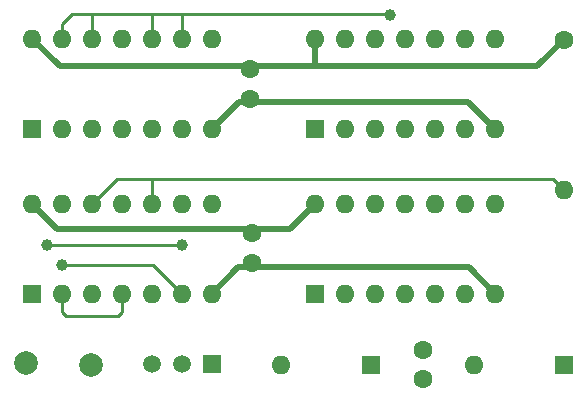
<source format=gtl>
G04 #@! TF.GenerationSoftware,KiCad,Pcbnew,7.0.7*
G04 #@! TF.CreationDate,2023-11-20T01:19:09+00:00*
G04 #@! TF.ProjectId,N2Graphics,4e324772-6170-4686-9963-732e6b696361,1.0*
G04 #@! TF.SameCoordinates,Original*
G04 #@! TF.FileFunction,Copper,L1,Top*
G04 #@! TF.FilePolarity,Positive*
%FSLAX46Y46*%
G04 Gerber Fmt 4.6, Leading zero omitted, Abs format (unit mm)*
G04 Created by KiCad (PCBNEW 7.0.7) date 2023-11-20 01:19:09*
%MOMM*%
%LPD*%
G01*
G04 APERTURE LIST*
G04 #@! TA.AperFunction,ComponentPad*
%ADD10C,2.000000*%
G04 #@! TD*
G04 #@! TA.AperFunction,ComponentPad*
%ADD11R,1.500000X1.500000*%
G04 #@! TD*
G04 #@! TA.AperFunction,ComponentPad*
%ADD12C,1.500000*%
G04 #@! TD*
G04 #@! TA.AperFunction,ComponentPad*
%ADD13R,1.600000X1.600000*%
G04 #@! TD*
G04 #@! TA.AperFunction,ComponentPad*
%ADD14O,1.600000X1.600000*%
G04 #@! TD*
G04 #@! TA.AperFunction,ComponentPad*
%ADD15C,1.600000*%
G04 #@! TD*
G04 #@! TA.AperFunction,ViaPad*
%ADD16C,1.000000*%
G04 #@! TD*
G04 #@! TA.AperFunction,Conductor*
%ADD17C,0.500000*%
G04 #@! TD*
G04 #@! TA.AperFunction,Conductor*
%ADD18C,0.250000*%
G04 #@! TD*
G04 APERTURE END LIST*
D10*
X111488750Y-75813352D03*
D11*
X127268962Y-75914216D03*
D12*
X124728962Y-75914216D03*
X122188962Y-75914216D03*
D13*
X136000000Y-56000000D03*
D14*
X138540000Y-56000000D03*
X141080000Y-56000000D03*
X143620000Y-56000000D03*
X146160000Y-56000000D03*
X148700000Y-56000000D03*
X151240000Y-56000000D03*
X151240000Y-48380000D03*
X148700000Y-48380000D03*
X146160000Y-48380000D03*
X143620000Y-48380000D03*
X141080000Y-48380000D03*
X138540000Y-48380000D03*
X136000000Y-48380000D03*
D10*
X116971788Y-75962828D03*
D13*
X140719794Y-76000000D03*
D14*
X133099794Y-76000000D03*
D15*
X130447432Y-50944283D03*
X130447432Y-53444283D03*
D13*
X112000000Y-56000000D03*
D14*
X114540000Y-56000000D03*
X117080000Y-56000000D03*
X119620000Y-56000000D03*
X122160000Y-56000000D03*
X124700000Y-56000000D03*
X127240000Y-56000000D03*
X127240000Y-48380000D03*
X124700000Y-48380000D03*
X122160000Y-48380000D03*
X119620000Y-48380000D03*
X117080000Y-48380000D03*
X114540000Y-48380000D03*
X112000000Y-48380000D03*
D15*
X130623978Y-64834547D03*
X130623978Y-67334547D03*
D13*
X112000000Y-70000000D03*
D14*
X114540000Y-70000000D03*
X117080000Y-70000000D03*
X119620000Y-70000000D03*
X122160000Y-70000000D03*
X124700000Y-70000000D03*
X127240000Y-70000000D03*
X127240000Y-62380000D03*
X124700000Y-62380000D03*
X122160000Y-62380000D03*
X119620000Y-62380000D03*
X117080000Y-62380000D03*
X114540000Y-62380000D03*
X112000000Y-62380000D03*
D13*
X157042130Y-76000000D03*
D14*
X149422130Y-76000000D03*
D15*
X145133336Y-77194891D03*
X145133336Y-74694891D03*
D13*
X136000000Y-70000000D03*
D14*
X138540000Y-70000000D03*
X141080000Y-70000000D03*
X143620000Y-70000000D03*
X146160000Y-70000000D03*
X148700000Y-70000000D03*
X151240000Y-70000000D03*
X151240000Y-62380000D03*
X148700000Y-62380000D03*
X146160000Y-62380000D03*
X143620000Y-62380000D03*
X141080000Y-62380000D03*
X138540000Y-62380000D03*
X136000000Y-62380000D03*
D15*
X157050096Y-48473501D03*
D14*
X157050096Y-61173501D03*
D16*
X113261555Y-65880442D03*
X124706940Y-65873647D03*
X114540333Y-67535998D03*
X142350534Y-46380762D03*
D17*
X136000000Y-62380000D02*
X133858276Y-64521724D01*
X114344953Y-50724953D02*
X112000000Y-48380000D01*
X136000000Y-50654819D02*
X136000000Y-48380000D01*
X154798644Y-50724953D02*
X157050096Y-48473501D01*
X135929866Y-50724953D02*
X154798644Y-50724953D01*
X133858276Y-64521724D02*
X114141724Y-64521724D01*
X114141724Y-64521724D02*
X112000000Y-62380000D01*
X114344953Y-50724953D02*
X135929866Y-50724953D01*
X135929866Y-50724953D02*
X136000000Y-50654819D01*
X151240000Y-70000000D02*
X148987343Y-67747343D01*
X129519589Y-53720411D02*
X127240000Y-56000000D01*
X129492657Y-67747343D02*
X127240000Y-70000000D01*
X151240000Y-56000000D02*
X148960411Y-53720411D01*
X148960411Y-53720411D02*
X129519589Y-53720411D01*
X148987343Y-67747343D02*
X129492657Y-67747343D01*
D18*
X119278172Y-71833913D02*
X114893303Y-71833913D01*
X122152626Y-60242130D02*
X156118725Y-60242130D01*
X122152626Y-60242130D02*
X119217870Y-60242130D01*
X122160000Y-60249504D02*
X122152626Y-60242130D01*
X119620000Y-71492085D02*
X119278172Y-71833913D01*
X119620000Y-70000000D02*
X119620000Y-71492085D01*
X122160000Y-62380000D02*
X122160000Y-60249504D01*
X157050096Y-61173501D02*
X156118725Y-60242130D01*
X114540000Y-71480610D02*
X114540000Y-70000000D01*
X119217870Y-60242130D02*
X117080000Y-62380000D01*
X114893303Y-71833913D02*
X114540000Y-71480610D01*
X113261555Y-65880442D02*
X124700145Y-65880442D01*
X124700145Y-65880442D02*
X124706940Y-65873647D01*
X114549392Y-67545057D02*
X122245057Y-67545057D01*
X114540333Y-67535998D02*
X114549392Y-67545057D01*
X122245057Y-67545057D02*
X124700000Y-70000000D01*
X124718920Y-46291304D02*
X122150657Y-46291304D01*
X117080000Y-46320555D02*
X117109251Y-46291304D01*
X124700000Y-48380000D02*
X124700000Y-46310224D01*
X114540000Y-47167064D02*
X114540000Y-48380000D01*
X117109251Y-46291304D02*
X115415760Y-46291304D01*
X142261076Y-46291304D02*
X124718920Y-46291304D01*
X124700000Y-46310224D02*
X124718920Y-46291304D01*
X122150657Y-46291304D02*
X117109251Y-46291304D01*
X117080000Y-48380000D02*
X117080000Y-46320555D01*
X122160000Y-48380000D02*
X122160000Y-46300647D01*
X122160000Y-46300647D02*
X122150657Y-46291304D01*
X142350534Y-46380762D02*
X142261076Y-46291304D01*
X115415760Y-46291304D02*
X114540000Y-47167064D01*
M02*

</source>
